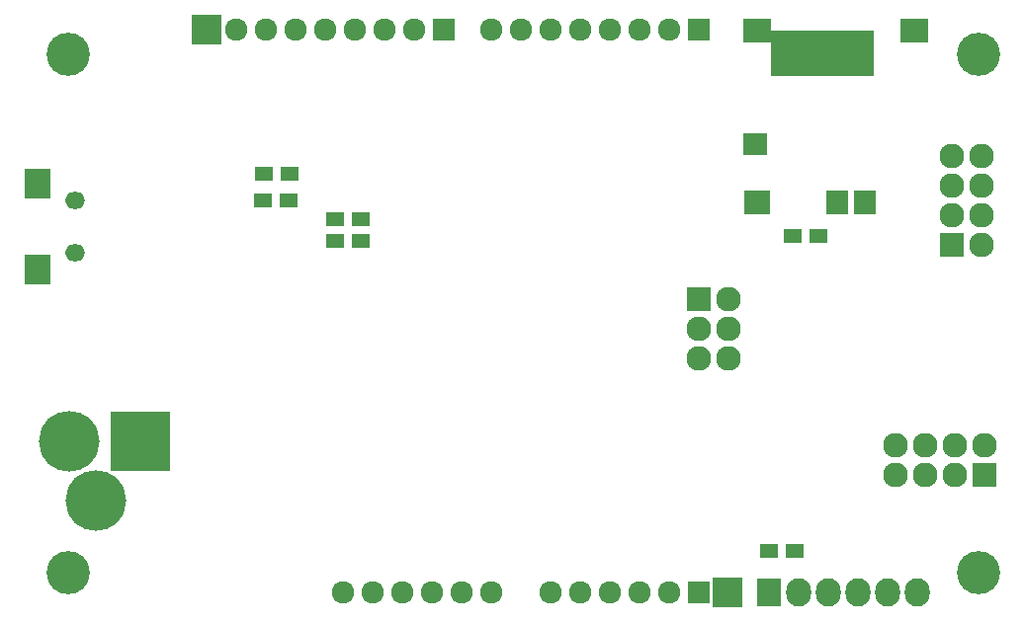
<source format=gbs>
G04 #@! TF.FileFunction,Soldermask,Bot*
%FSLAX46Y46*%
G04 Gerber Fmt 4.6, Leading zero omitted, Abs format (unit mm)*
G04 Created by KiCad (PCBNEW 4.0.0-rc1-stable) date 05/12/2015 12:00:57*
%MOMM*%
G01*
G04 APERTURE LIST*
%ADD10C,0.100000*%
%ADD11C,5.200600*%
%ADD12R,5.200600X5.200600*%
%ADD13R,2.127200X2.432000*%
%ADD14O,2.127200X2.432000*%
%ADD15R,2.127200X2.127200*%
%ADD16O,2.127200X2.127200*%
%ADD17R,1.600000X1.300000*%
%ADD18R,2.635200X2.635200*%
%ADD19R,2.300000X2.500000*%
%ADD20O,1.700000X1.450000*%
%ADD21R,1.924000X1.924000*%
%ADD22C,1.924000*%
%ADD23R,1.200000X3.900000*%
%ADD24R,2.400000X2.100000*%
%ADD25R,2.150000X1.900000*%
%ADD26R,2.200000X2.150000*%
%ADD27R,1.900000X2.150000*%
%ADD28C,3.700000*%
G04 APERTURE END LIST*
D10*
D11*
X114106960Y-111704120D03*
D12*
X120202960Y-111704120D03*
D11*
X116392960Y-116784120D03*
D13*
X174040000Y-124700000D03*
D14*
X176580000Y-124700000D03*
X179120000Y-124700000D03*
X181660000Y-124700000D03*
X184200000Y-124700000D03*
X186740000Y-124700000D03*
D15*
X168010840Y-99500000D03*
D16*
X170550840Y-99500000D03*
X168010840Y-102040000D03*
X170550840Y-102040000D03*
X168010840Y-104580000D03*
X170550840Y-104580000D03*
D17*
X176250000Y-121100000D03*
X174050000Y-121100000D03*
D18*
X170525160Y-124714000D03*
X125870000Y-76454000D03*
D19*
X111414900Y-89616900D03*
X111414900Y-96996900D03*
D20*
X114594900Y-91081900D03*
X114594900Y-95531900D03*
D15*
X192468500Y-114592100D03*
D16*
X192468500Y-112052100D03*
X189928500Y-114592100D03*
X189928500Y-112052100D03*
X187388500Y-114592100D03*
X187388500Y-112052100D03*
X184848500Y-114592100D03*
X184848500Y-112052100D03*
D15*
X189712600Y-94856300D03*
D16*
X192252600Y-94856300D03*
X189712600Y-92316300D03*
X192252600Y-92316300D03*
X189712600Y-89776300D03*
X192252600Y-89776300D03*
X189712600Y-87236300D03*
X192252600Y-87236300D03*
D17*
X130736160Y-91041220D03*
X132936160Y-91041220D03*
X130792040Y-88750140D03*
X132992040Y-88750140D03*
X178265000Y-94107000D03*
X176065000Y-94107000D03*
X139100000Y-92650000D03*
X136900000Y-92650000D03*
X136900000Y-94520000D03*
X139100000Y-94520000D03*
D21*
X168019000Y-76454000D03*
D22*
X162939000Y-76454000D03*
X160399000Y-76454000D03*
X157859000Y-76454000D03*
X155319000Y-76454000D03*
X152779000Y-76454000D03*
X150239000Y-76454000D03*
D21*
X146175000Y-76454000D03*
D22*
X143635000Y-76454000D03*
X141095000Y-76454000D03*
X138555000Y-76454000D03*
X136015000Y-76454000D03*
X133479000Y-76454000D03*
X165479000Y-76454000D03*
D21*
X168019000Y-124714000D03*
D22*
X165479000Y-124714000D03*
X162939000Y-124714000D03*
X160399000Y-124714000D03*
X157859000Y-124714000D03*
X155319000Y-124714000D03*
X150239000Y-124714000D03*
X145159000Y-124714000D03*
X142619000Y-124714000D03*
X140079000Y-124714000D03*
X137539000Y-124714000D03*
X147699000Y-124714000D03*
X130939000Y-76454000D03*
X128399000Y-76454000D03*
D23*
X182465960Y-78467040D03*
X181365960Y-78467040D03*
X180265960Y-78467040D03*
X179165960Y-78467040D03*
X178065960Y-78467040D03*
X176965960Y-78467040D03*
X175865960Y-78467040D03*
X174765960Y-78467040D03*
D24*
X173015960Y-76467040D03*
X186515960Y-76467040D03*
D25*
X172890960Y-86217040D03*
D26*
X173015960Y-91242040D03*
D27*
X182215960Y-91242040D03*
X179915960Y-91242040D03*
D28*
X114000000Y-78500000D03*
X114000000Y-123000000D03*
X192000000Y-123000000D03*
X192000000Y-78500000D03*
M02*

</source>
